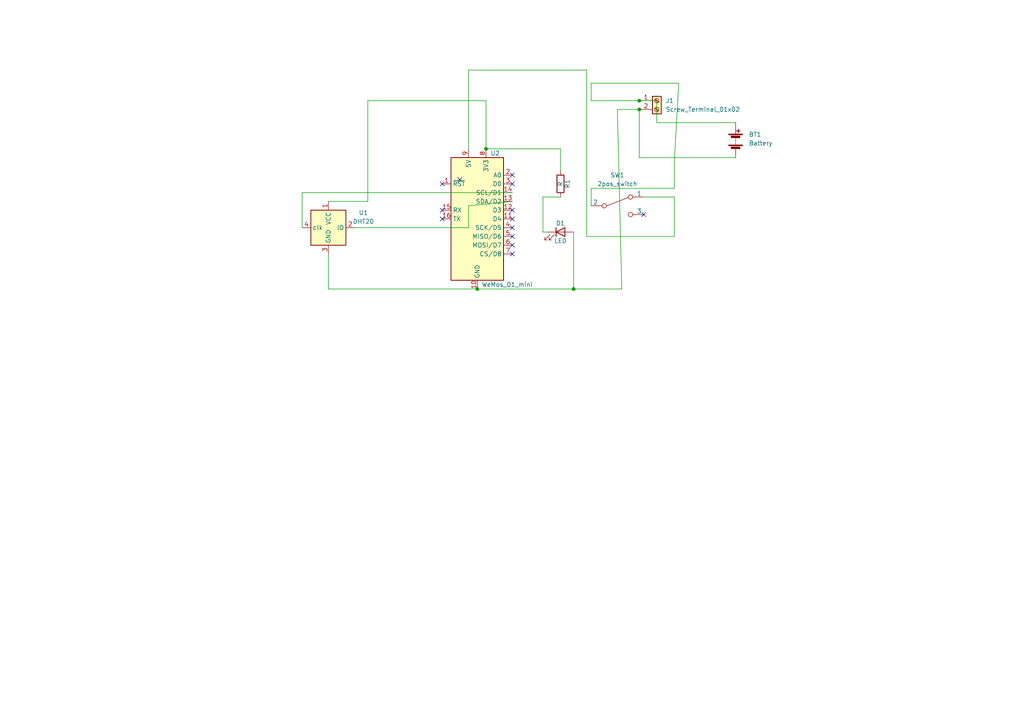
<source format=kicad_sch>
(kicad_sch (version 20240101) (generator "eeschema") (generator_version "8.99")
  (paper "A4")
  (lib_symbols
    (symbol "Connector:Screw_Terminal_01x02" (pin_names (offset 1.016) hide)
      (property "Reference" "J" (at 0 2.54 0))
      (property "Value" "Screw_Terminal_01x02" (at 0 -5.08 0))
      (symbol "Screw_Terminal_01x02_1_1"
        (rectangle (start -1.27 1.27) (end 1.27 -3.81) (stroke (width 0.254)) (fill (type background)))
        (circle (center 0 -2.54) (radius 0.635) (stroke (width 0.1524)))
        (polyline (pts (xy -0.5334 -2.2098) (xy 0.3302 -3.048)) (stroke (width 0.1524)))
        (polyline (pts (xy -0.5334 0.3302) (xy 0.3302 -0.508)) (stroke (width 0.1524)))
        (polyline (pts (xy -0.3556 -2.032) (xy 0.508 -2.8702)) (stroke (width 0.1524)))
        (polyline (pts (xy -0.3556 0.508) (xy 0.508 -0.3302)) (stroke (width 0.1524)))
        (circle (center 0 0) (radius 0.635) (stroke (width 0.1524)))
        (pin passive line (at -5.08 0 0) (length 3.81) (name "Pin_1") (number "1"))
        (pin passive line (at -5.08 -2.54 0) (length 3.81) (name "Pin_2") (number "2"))
      )
    )
    (symbol "Custom_Symbols_Library:2pos_switch" (pin_numbers hide) (pin_names (offset 0))
      (property "Reference" "SW" (at 0 5.08 0))
      (property "Value" "2pos_switch" (at 0 -5.08 0))
      (symbol "2pos_switch_0_1"
        (circle (center -3.81 0) (radius 0.635))
        (polyline (pts (xy -5.08 0) (xy -4.445 0)))
        (polyline (pts (xy -3.048 0) (xy 3.175 2.413)))
        (polyline (pts (xy 4.445 -2.54) (xy 5.08 -2.54)))
        (polyline (pts (xy 4.445 2.54) (xy 5.08 2.54)))
        (circle (center 3.81 -2.54) (radius 0.635))
        (circle (center 3.81 2.54) (radius 0.635))
      )
      (symbol "2pos_switch_1_1"
        (pin passive line (at 7.62 2.54 180) (length 2.54) (name "1") (number "1"))
        (pin passive line (at -7.62 0 0) (length 2.54) (name "2") (number "2"))
        (pin passive line (at 7.62 -2.54 180) (length 2.54) (name "3") (number "3"))
      )
    )
    (symbol "Device:Battery" (pin_numbers hide) (pin_names (offset 0) hide)
      (property "Reference" "BT" (at 2.54 2.54 0))
      (property "Value" "Battery" (at 2.54 0 0))
      (symbol "Battery_0_1"
        (rectangle (start -2.032 -1.397) (end 2.032 -1.651) (fill (type outline)))
        (rectangle (start -2.032 1.778) (end 2.032 1.524) (fill (type outline)))
        (rectangle (start -1.3208 -1.9812) (end 1.27 -2.4892) (fill (type outline)))
        (rectangle (start -1.3208 1.1938) (end 1.27 0.6858) (fill (type outline)))
        (polyline (pts (xy 0 -1.524) (xy 0 -1.27)))
        (polyline (pts (xy 0 -1.016) (xy 0 -0.762)))
        (polyline (pts (xy 0 -0.508) (xy 0 -0.254)))
        (polyline (pts (xy 0 0) (xy 0 0.254)))
        (polyline (pts (xy 0 0.508) (xy 0 0.762)))
        (polyline (pts (xy 0 1.778) (xy 0 2.54)))
        (polyline (pts (xy 0.254 2.667) (xy 1.27 2.667)) (stroke (width 0.254)))
        (polyline (pts (xy 0.762 3.175) (xy 0.762 2.159)) (stroke (width 0.254)))
      )
      (symbol "Battery_1_1"
        (pin passive line (at 0 5.08 270) (length 2.54) (name "+") (number "1"))
        (pin passive line (at 0 -5.08 90) (length 2.54) (name "-") (number "2"))
      )
    )
    (symbol "Device:LED" (pin_numbers hide) (pin_names (offset 1.016) hide)
      (property "Reference" "D" (at 0 2.54 0))
      (property "Value" "LED" (at 0 -2.54 0))
      (symbol "LED_0_1"
        (polyline (pts (xy -1.27 -1.27) (xy -1.27 1.27)) (stroke (width 0.254)))
        (polyline (pts (xy -1.27 0) (xy 1.27 0)))
        (polyline (pts (xy 1.27 -1.27) (xy 1.27 1.27) (xy -1.27 0) (xy 1.27 -1.27)) (stroke (width 0.254)))
        (polyline (pts (xy -3.048 -0.762) (xy -4.572 -2.286) (xy -3.81 -2.286) (xy -4.572 -2.286) (xy -4.572 -1.524)))
        (polyline (pts (xy -1.778 -0.762) (xy -3.302 -2.286) (xy -2.54 -2.286) (xy -3.302 -2.286) (xy -3.302 -1.524)))
      )
      (symbol "LED_1_1"
        (pin passive line (at -3.81 0 0) (length 2.54) (name "K") (number "1"))
        (pin passive line (at 3.81 0 180) (length 2.54) (name "A") (number "2"))
      )
    )
    (symbol "Device:R" (pin_numbers hide) (pin_names (offset 0))
      (property "Reference" "R" (at 2.032 0 90))
      (property "Value" "R" (at 0 0 90))
      (symbol "R_0_1"
        (rectangle (start -1.016 -2.54) (end 1.016 2.54) (stroke (width 0.254)))
      )
      (symbol "R_1_1"
        (pin passive line (at 0 3.81 270) (length 1.27) (name "~") (number "1"))
        (pin passive line (at 0 -3.81 90) (length 1.27) (name "~") (number "2"))
      )
    )
    (symbol "MCU_Module:WeMos_D1_mini"
      (property "Reference" "U" (at 3.81 19.05 0))
      (property "Value" "WeMos_D1_mini" (at 1.27 -19.05 0))
      (symbol "WeMos_D1_mini_1_1"
        (rectangle (start -7.62 17.78) (end 7.62 -17.78) (stroke (width 0.254)) (fill (type background)))
        (pin input line (at -10.16 10.16 0) (length 2.54) (name "~{RST}") (number "1"))
        (pin power_in line (at 0 -20.32 90) (length 2.54) (name "GND") (number "10"))
        (pin bidirectional line (at 10.16 0 180) (length 2.54) (name "D4") (number "11"))
        (pin bidirectional line (at 10.16 2.54 180) (length 2.54) (name "D3") (number "12"))
        (pin bidirectional line (at 10.16 5.08 180) (length 2.54) (name "SDA/D2") (number "13"))
        (pin bidirectional line (at 10.16 7.62 180) (length 2.54) (name "SCL/D1") (number "14"))
        (pin input line (at -10.16 2.54 0) (length 2.54) (name "RX") (number "15"))
        (pin output line (at -10.16 0 0) (length 2.54) (name "TX") (number "16"))
        (pin input line (at 10.16 12.7 180) (length 2.54) (name "A0") (number "2"))
        (pin bidirectional line (at 10.16 10.16 180) (length 2.54) (name "D0") (number "3"))
        (pin bidirectional line (at 10.16 -2.54 180) (length 2.54) (name "SCK/D5") (number "4"))
        (pin bidirectional line (at 10.16 -5.08 180) (length 2.54) (name "MISO/D6") (number "5"))
        (pin bidirectional line (at 10.16 -7.62 180) (length 2.54) (name "MOSI/D7") (number "6"))
        (pin bidirectional line (at 10.16 -10.16 180) (length 2.54) (name "CS/D8") (number "7"))
        (pin power_out line (at 2.54 20.32 270) (length 2.54) (name "3V3") (number "8"))
        (pin power_in line (at -2.54 20.32 270) (length 2.54) (name "5V") (number "9"))
      )
    )
    (symbol "Sensor:DHT11"
      (property "Reference" "U?" (at -6.35 1.2701 0))
      (property "Value" "DHT11" (at -6.35 -1.2699 0))
      (symbol "DHT11_0_1"
        (rectangle (start -5.08 5.08) (end 5.08 -5.08) (stroke (width 0.254)) (fill (type background)))
      )
      (symbol "DHT11_1_1"
        (pin power_in line (at 0 7.62 270) (length 2.54) (name "VCC") (number "1"))
        (pin bidirectional line (at 7.62 0 180) (length 2.54) (name "IO") (number "2"))
        (pin power_in line (at 0 -7.62 90) (length 2.54) (name "GND") (number "3"))
        (pin bidirectional line (at -7.62 0 0) (length 2.54) (name "clk") (number "4"))
      )
    )
  )
  (junction (at 166.37 83.82))
  (junction (at 185.42 29.21))
  (junction (at 140.97 43.18))
  (junction (at 138.43 83.82))
  (junction (at 185.42 31.75))
  (no_connect (at 128.27 53.34))
  (no_connect (at 148.59 50.8))
  (no_connect (at 133.35 52.07))
  (no_connect (at 128.27 60.96))
  (no_connect (at 148.59 60.96))
  (no_connect (at 148.59 71.12))
  (no_connect (at 128.27 63.5))
  (no_connect (at 148.59 53.34))
  (no_connect (at 148.59 73.66))
  (no_connect (at 148.59 66.04))
  (no_connect (at 186.69 62.23))
  (no_connect (at 148.59 68.58))
  (no_connect (at 148.59 63.5))
  (wire (pts (xy 171.45 54.61) (xy 171.45 59.69)))
  (wire (pts (xy 135.89 66.04) (xy 135.89 59.69)))
  (wire (pts (xy 171.45 29.21) (xy 185.42 29.21)))
  (wire (pts (xy 166.37 67.31) (xy 166.37 83.82)))
  (wire (pts (xy 95.25 83.82) (xy 138.43 83.82)))
  (wire (pts (xy 135.89 59.69) (xy 148.59 58.42)))
  (wire (pts (xy 213.36 45.72) (xy 185.42 45.72)))
  (wire (pts (xy 213.36 35.56) (xy 190.5 35.56)))
  (wire (pts (xy 166.37 83.82) (xy 180.34 83.82)))
  (wire (pts (xy 87.63 55.88) (xy 87.63 66.04)))
  (wire (pts (xy 106.68 29.21) (xy 140.97 29.21)))
  (wire (pts (xy 195.58 68.58) (xy 195.58 57.15)))
  (wire (pts (xy 185.42 31.75) (xy 179.07 31.75)))
  (wire (pts (xy 95.25 58.42) (xy 106.68 58.42)))
  (wire (pts (xy 157.48 57.15) (xy 157.48 67.31)))
  (wire (pts (xy 106.68 29.21) (xy 106.68 58.42)))
  (wire (pts (xy 179.07 31.75) (xy 180.34 83.82)))
  (wire (pts (xy 135.89 20.32) (xy 135.89 43.18)))
  (wire (pts (xy 157.48 67.31) (xy 158.75 67.31)))
  (wire (pts (xy 196.85 24.13) (xy 195.58 46.99)))
  (wire (pts (xy 102.87 66.04) (xy 135.89 66.04)))
  (wire (pts (xy 190.5 29.21) (xy 185.42 29.21)))
  (wire (pts (xy 196.85 24.13) (xy 171.45 24.13)))
  (wire (pts (xy 140.97 29.21) (xy 140.97 43.18)))
  (wire (pts (xy 140.97 43.18) (xy 162.56 43.18)))
  (wire (pts (xy 148.59 55.88) (xy 87.63 55.88)))
  (wire (pts (xy 162.56 43.18) (xy 162.56 49.53)))
  (wire (pts (xy 170.18 68.58) (xy 195.58 68.58)))
  (wire (pts (xy 95.25 73.66) (xy 95.25 83.82)))
  (wire (pts (xy 171.45 24.13) (xy 171.45 29.21)))
  (wire (pts (xy 190.5 35.56) (xy 190.5 29.21)))
  (wire (pts (xy 185.42 45.72) (xy 185.42 31.75)))
  (wire (pts (xy 138.43 83.82) (xy 166.37 83.82)))
  (wire (pts (xy 195.58 54.61) (xy 171.45 54.61)))
  (wire (pts (xy 170.18 20.32) (xy 135.89 20.32)))
  (wire (pts (xy 170.18 20.32) (xy 170.18 68.58)))
  (wire (pts (xy 195.58 46.99) (xy 195.58 54.61)))
  (wire (pts (xy 162.56 57.15) (xy 157.48 57.15)))
  (wire (pts (xy 195.58 57.15) (xy 186.69 57.15)))
  (symbol (lib_id "Custom_Symbols_Library:2pos_switch") (at 179.07 59.69 0) (unit 1)
    (property "Reference" "SW1" (at 179.07 50.8 0))
    (property "Value" "2pos_switch" (at 179.07 53.34 0))
  )
  (symbol (lib_id "Device:LED") (at 162.56 67.31 0) (unit 1)
    (property "Reference" "D1" (at 162.56 64.77 0))
    (property "Value" "LED" (at 162.56 69.85 0))
    (property "Footprint" "LED_THT:LED_D3.0mm_Horizontal_O6.35mm_Z2.0mm" (effects (hide yes)))
  )
  (symbol (lib_id "Sensor:DHT11") (at 95.25 66.04 0) (unit 1)
    (property "Reference" "U1" (at 105.41 61.7093 0))
    (property "Value" "DHT20" (at 105.41 64.2493 0))
    (property "Footprint" "Sensor:Aosong_DHT11_5.5x12.0_P2.54mm" (effects (hide yes)))
    (property "Datasheet" "http://akizukidenshi.com/download/ds/aosong/DHT11.pdf" (effects (hide yes)))
  )
  (symbol (lib_id "Device:Battery") (at 213.36 40.64 0) (unit 1)
    (property "Reference" "BT1" (at 217.17 38.9889 0) (effects (justify left)))
    (property "Value" "Battery" (at 217.17 41.5289 0) (effects (justify left)))
  )
  (symbol (lib_id "Connector:Screw_Terminal_01x02") (at 190.5 29.21 0) (unit 1)
    (property "Reference" "J1" (at 193.04 29.2099 0) (effects (justify left)))
    (property "Value" "Screw_Terminal_01x02" (at 193.04 31.7499 0) (effects (justify left)))
    (property "Footprint" "Connector_TE-Connectivity:TE_826576-2_1x02_P3.96mm_Vertical" (effects (hide yes)))
  )
  (symbol (lib_id "Device:R") (at 162.56 53.34 0) (unit 1)
    (property "Reference" "R1" (at 164.592 53.34 90))
    (property "Value" "R" (at 162.56 53.34 90))
    (property "Footprint" "Custom_Footprints:Resistor_Horizontal_2W" (effects (hide yes)))
  )
  (symbol (lib_id "MCU_Module:WeMos_D1_mini") (at 138.43 63.5 0) (unit 1)
    (property "Reference" "U2" (at 142.24 44.45 0) (effects (justify left)))
    (property "Value" "WeMos_D1_mini" (at 139.7 82.55 0) (effects (justify left)))
    (property "Footprint" "Module:WEMOS_D1_mini_light" (effects (hide yes)))
    (property "Datasheet" "https://wiki.wemos.cc/products:d1:d1_mini#documentation" (effects (hide yes)))
  )
)
</source>
